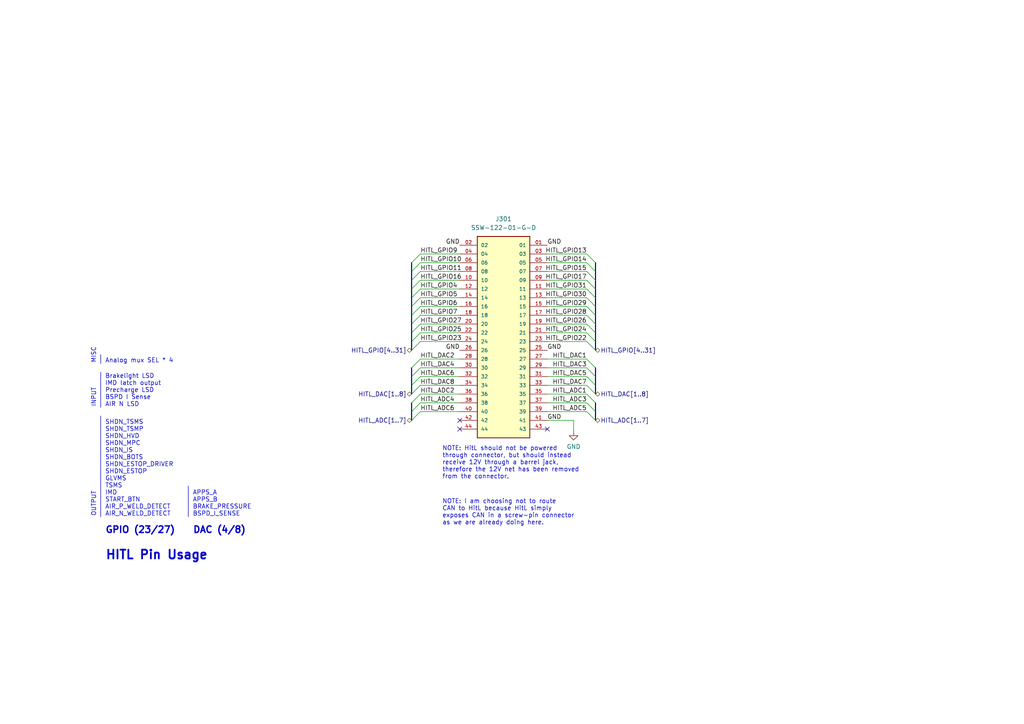
<source format=kicad_sch>
(kicad_sch (version 20230121) (generator eeschema)
  (paper "A4")
  (lib_symbols
    (symbol "OEM:SSW-122-01-G-D" (pin_names (offset 1.016))
      (property "Reference" "J" (at -8.128 30.48 0))
      (property "Value" "SSW-122-01-G-D" (at -7.62 -30.48 0))
      (symbol "SSW-122-01-G-D_0_0"
        (rectangle (start -7.62 -27.94) (end 7.62 30.48) (stroke (width 0.254)) (fill (type background)))
        (pin passive line (at 12.7 27.94 180) (length 5.08) (name "01") (number "01"))
        (pin passive line (at -12.7 27.94 0) (length 5.08) (name "02") (number "02"))
        (pin passive line (at 12.7 25.4 180) (length 5.08) (name "03") (number "03"))
        (pin passive line (at -12.7 25.4 0) (length 5.08) (name "04") (number "04"))
        (pin passive line (at 12.7 22.86 180) (length 5.08) (name "05") (number "05"))
        (pin passive line (at -12.7 22.86 0) (length 5.08) (name "06") (number "06"))
        (pin passive line (at 12.7 20.32 180) (length 5.08) (name "07") (number "07"))
        (pin passive line (at -12.7 20.32 0) (length 5.08) (name "08") (number "08"))
        (pin passive line (at 12.7 17.78 180) (length 5.08) (name "09") (number "09"))
        (pin passive line (at -12.7 17.78 0) (length 5.08) (name "10") (number "10"))
        (pin passive line (at 12.7 15.24 180) (length 5.08) (name "11") (number "11"))
        (pin passive line (at -12.7 15.24 0) (length 5.08) (name "12") (number "12"))
        (pin passive line (at 12.7 12.7 180) (length 5.08) (name "13") (number "13"))
        (pin passive line (at -12.7 12.7 0) (length 5.08) (name "14") (number "14"))
        (pin passive line (at 12.7 10.16 180) (length 5.08) (name "15") (number "15"))
        (pin passive line (at -12.7 10.16 0) (length 5.08) (name "16") (number "16"))
        (pin passive line (at 12.7 7.62 180) (length 5.08) (name "17") (number "17"))
        (pin passive line (at -12.7 7.62 0) (length 5.08) (name "18") (number "18"))
        (pin passive line (at 12.7 5.08 180) (length 5.08) (name "19") (number "19"))
        (pin passive line (at -12.7 5.08 0) (length 5.08) (name "20") (number "20"))
        (pin passive line (at 12.7 2.54 180) (length 5.08) (name "21") (number "21"))
        (pin passive line (at -12.7 2.54 0) (length 5.08) (name "22") (number "22"))
        (pin passive line (at 12.7 0 180) (length 5.08) (name "23") (number "23"))
        (pin passive line (at -12.7 0 0) (length 5.08) (name "24") (number "24"))
        (pin passive line (at 12.7 -2.54 180) (length 5.08) (name "25") (number "25"))
        (pin passive line (at -12.7 -2.54 0) (length 5.08) (name "26") (number "26"))
        (pin passive line (at 12.7 -5.08 180) (length 5.08) (name "27") (number "27"))
        (pin passive line (at -12.7 -5.08 0) (length 5.08) (name "28") (number "28"))
        (pin passive line (at 12.7 -7.62 180) (length 5.08) (name "29") (number "29"))
        (pin passive line (at -12.7 -7.62 0) (length 5.08) (name "30") (number "30"))
        (pin passive line (at 12.7 -10.16 180) (length 5.08) (name "31") (number "31"))
        (pin passive line (at -12.7 -10.16 0) (length 5.08) (name "32") (number "32"))
        (pin passive line (at 12.7 -12.7 180) (length 5.08) (name "33") (number "33"))
        (pin passive line (at -12.7 -12.7 0) (length 5.08) (name "34") (number "34"))
        (pin passive line (at 12.7 -15.24 180) (length 5.08) (name "35") (number "35"))
        (pin passive line (at -12.7 -15.24 0) (length 5.08) (name "36") (number "36"))
        (pin passive line (at 12.7 -17.78 180) (length 5.08) (name "37") (number "37"))
        (pin passive line (at -12.7 -17.78 0) (length 5.08) (name "38") (number "38"))
        (pin passive line (at 12.7 -20.32 180) (length 5.08) (name "39") (number "39"))
        (pin passive line (at -12.7 -20.32 0) (length 5.08) (name "40") (number "40"))
        (pin passive line (at 12.7 -22.86 180) (length 5.08) (name "41") (number "41"))
        (pin passive line (at -12.7 -22.86 0) (length 5.08) (name "42") (number "42"))
        (pin passive line (at 12.7 -25.4 180) (length 5.08) (name "43") (number "43"))
        (pin passive line (at -12.7 -25.4 0) (length 5.08) (name "44") (number "44"))
      )
    )
    (symbol "power:GND" (power) (pin_names (offset 0))
      (property "Value" "GND" (at 0 -3.81 0))
      (symbol "GND_0_1"
        (polyline (pts (xy 0 0) (xy 0 -1.27) (xy 1.27 -1.27) (xy 0 -2.54) (xy -1.27 -1.27) (xy 0 -1.27)))
      )
      (symbol "GND_1_1"
        (pin power_in line (at 0 0 270) (length 0) hide (name "GND") (number "1"))
      )
    )
  )
  (no_connect (at 133.35 121.92))
  (no_connect (at 158.75 124.46))
  (no_connect (at 133.35 124.46))
  (bus_entry (at 121.92 78.74) (size -2.54 2.54))
  (bus_entry (at 121.92 86.36) (size -2.54 2.54))
  (bus_entry (at 121.92 96.52) (size -2.54 2.54))
  (bus_entry (at 170.18 119.38) (size 2.54 2.54))
  (bus_entry (at 121.92 119.38) (size -2.54 2.54))
  (bus_entry (at 121.92 116.84) (size -2.54 2.54))
  (bus_entry (at 170.18 93.98) (size 2.54 2.54))
  (bus_entry (at 170.18 109.22) (size 2.54 2.54))
  (bus_entry (at 170.18 81.28) (size 2.54 2.54))
  (bus_entry (at 121.92 81.28) (size -2.54 2.54))
  (bus_entry (at 170.18 83.82) (size 2.54 2.54))
  (bus_entry (at 170.18 76.2) (size 2.54 2.54))
  (bus_entry (at 121.92 91.44) (size -2.54 2.54))
  (bus_entry (at 121.92 93.98) (size -2.54 2.54))
  (bus_entry (at 170.18 96.52) (size 2.54 2.54))
  (bus_entry (at 170.18 106.68) (size 2.54 2.54))
  (bus_entry (at 170.18 111.76) (size 2.54 2.54))
  (bus_entry (at 121.92 111.76) (size -2.54 2.54))
  (bus_entry (at 170.18 78.74) (size 2.54 2.54))
  (bus_entry (at 170.18 104.14) (size 2.54 2.54))
  (bus_entry (at 170.18 86.36) (size 2.54 2.54))
  (bus_entry (at 121.92 106.68) (size -2.54 2.54))
  (bus_entry (at 121.92 109.22) (size -2.54 2.54))
  (bus_entry (at 121.92 83.82) (size -2.54 2.54))
  (bus_entry (at 170.18 88.9) (size 2.54 2.54))
  (bus_entry (at 121.92 99.06) (size -2.54 2.54))
  (bus_entry (at 170.18 91.44) (size 2.54 2.54))
  (bus_entry (at 170.18 116.84) (size 2.54 2.54))
  (bus_entry (at 170.18 99.06) (size 2.54 2.54))
  (bus_entry (at 121.92 104.14) (size -2.54 2.54))
  (bus_entry (at 121.92 73.66) (size -2.54 2.54))
  (bus_entry (at 121.92 114.3) (size -2.54 2.54))
  (bus_entry (at 121.92 76.2) (size -2.54 2.54))
  (bus_entry (at 121.92 88.9) (size -2.54 2.54))
  (bus_entry (at 170.18 73.66) (size 2.54 2.54))
  (bus_entry (at 170.18 114.3) (size 2.54 2.54))
  (bus (pts (xy 172.72 119.38) (xy 172.72 121.92)))
  (wire (pts (xy 121.92 114.3) (xy 133.35 114.3)))
  (wire (pts (xy 121.92 93.98) (xy 133.35 93.98)))
  (wire (pts (xy 121.92 86.36) (xy 133.35 86.36)))
  (bus (pts (xy 119.38 96.52) (xy 119.38 99.06)))
  (wire (pts (xy 121.92 73.66) (xy 133.35 73.66)))
  (wire (pts (xy 158.75 96.52) (xy 170.18 96.52)))
  (wire (pts (xy 158.75 119.38) (xy 170.18 119.38)))
  (bus (pts (xy 172.72 86.36) (xy 172.72 88.9)))
  (wire (pts (xy 121.92 96.52) (xy 133.35 96.52)))
  (wire (pts (xy 121.92 104.14) (xy 133.35 104.14)))
  (wire (pts (xy 158.75 116.84) (xy 170.18 116.84)))
  (wire (pts (xy 158.75 73.66) (xy 170.18 73.66)))
  (wire (pts (xy 158.75 109.22) (xy 170.18 109.22)))
  (wire (pts (xy 121.92 81.28) (xy 133.35 81.28)))
  (bus (pts (xy 172.72 111.76) (xy 172.72 114.3)))
  (wire (pts (xy 158.75 104.14) (xy 170.18 104.14)))
  (bus (pts (xy 119.38 88.9) (xy 119.38 91.44)))
  (wire (pts (xy 158.75 121.92) (xy 166.37 121.92)))
  (bus (pts (xy 119.38 93.98) (xy 119.38 96.52)))
  (bus (pts (xy 172.72 83.82) (xy 172.72 86.36)))
  (bus (pts (xy 172.72 116.84) (xy 172.72 119.38)))
  (wire (pts (xy 121.92 99.06) (xy 133.35 99.06)))
  (wire (pts (xy 121.92 116.84) (xy 133.35 116.84)))
  (bus (pts (xy 172.72 106.68) (xy 172.72 109.22)))
  (polyline (pts (xy 29.21 102.87) (xy 29.21 105.41)) (stroke (width 0) (type solid)))
  (wire (pts (xy 121.92 78.74) (xy 133.35 78.74)))
  (bus (pts (xy 119.38 116.84) (xy 119.38 119.38)))
  (wire (pts (xy 121.92 88.9) (xy 133.35 88.9)))
  (wire (pts (xy 121.92 83.82) (xy 133.35 83.82)))
  (bus (pts (xy 172.72 91.44) (xy 172.72 93.98)))
  (bus (pts (xy 119.38 99.06) (xy 119.38 101.6)))
  (wire (pts (xy 121.92 76.2) (xy 133.35 76.2)))
  (bus (pts (xy 119.38 81.28) (xy 119.38 83.82)))
  (polyline (pts (xy 29.21 107.95) (xy 29.21 118.11)) (stroke (width 0) (type solid)))
  (bus (pts (xy 119.38 91.44) (xy 119.38 93.98)))
  (wire (pts (xy 158.75 93.98) (xy 170.18 93.98)))
  (wire (pts (xy 121.92 111.76) (xy 133.35 111.76)))
  (bus (pts (xy 172.72 78.74) (xy 172.72 81.28)))
  (bus (pts (xy 172.72 93.98) (xy 172.72 96.52)))
  (bus (pts (xy 172.72 96.52) (xy 172.72 99.06)))
  (bus (pts (xy 172.72 88.9) (xy 172.72 91.44)))
  (wire (pts (xy 158.75 99.06) (xy 170.18 99.06)))
  (wire (pts (xy 121.92 91.44) (xy 133.35 91.44)))
  (wire (pts (xy 158.75 81.28) (xy 170.18 81.28)))
  (wire (pts (xy 158.75 111.76) (xy 170.18 111.76)))
  (bus (pts (xy 172.72 99.06) (xy 172.72 101.6)))
  (wire (pts (xy 158.75 91.44) (xy 170.18 91.44)))
  (bus (pts (xy 172.72 81.28) (xy 172.72 83.82)))
  (wire (pts (xy 158.75 76.2) (xy 170.18 76.2)))
  (polyline (pts (xy 54.61 140.97) (xy 54.61 149.86)) (stroke (width 0) (type solid)))
  (bus (pts (xy 172.72 109.22) (xy 172.72 111.76)))
  (bus (pts (xy 172.72 76.2) (xy 172.72 78.74)))
  (wire (pts (xy 121.92 109.22) (xy 133.35 109.22)))
  (wire (pts (xy 158.75 88.9) (xy 170.18 88.9)))
  (wire (pts (xy 158.75 114.3) (xy 170.18 114.3)))
  (bus (pts (xy 119.38 86.36) (xy 119.38 88.9)))
  (bus (pts (xy 119.38 83.82) (xy 119.38 86.36)))
  (wire (pts (xy 158.75 83.82) (xy 170.18 83.82)))
  (wire (pts (xy 166.37 121.92) (xy 166.37 125.095)))
  (bus (pts (xy 119.38 119.38) (xy 119.38 121.92)))
  (bus (pts (xy 119.38 111.76) (xy 119.38 114.3)))
  (wire (pts (xy 158.75 106.68) (xy 170.18 106.68)))
  (wire (pts (xy 158.75 78.74) (xy 170.18 78.74)))
  (bus (pts (xy 119.38 106.68) (xy 119.38 109.22)))
  (wire (pts (xy 121.92 106.68) (xy 133.35 106.68)))
  (polyline (pts (xy 29.21 120.65) (xy 29.21 149.86)) (stroke (width 0) (type solid)))
  (wire (pts (xy 121.92 119.38) (xy 133.35 119.38)))
  (wire (pts (xy 158.75 86.36) (xy 170.18 86.36)))
  (bus (pts (xy 119.38 76.2) (xy 119.38 78.74)))
  (bus (pts (xy 119.38 109.22) (xy 119.38 111.76)))
  (bus (pts (xy 119.38 78.74) (xy 119.38 81.28)))
  (text "MISC" (at 27.94 105.41 90) (effects (font (size 1.27 1.27)) (justify left bottom)))
  (text "Brakelight LSD\nIMD latch output\nPrecharge LSD\nBSPD I Sense\nAIR N LSD" (at 30.48 118.11 0) (effects (font (size 1.27 1.27)) (justify left bottom)))
  (text "APPS_A\nAPPS_B\nBRAKE_PRESSURE\nBSPD_I_SENSE" (at 55.88 149.86 0) (effects (font (size 1.27 1.27)) (justify left bottom)))
  (text "SHDN_TSMS\nSHDN_TSMP\nSHDN_HVD\nSHDN_MPC\nSHDN_IS\nSHDN_BOTS\nSHDN_ESTOP_DRIVER\nSHDN_ESTOP\nGLVMS\nTSMS\nIMD\nSTART_BTN\nAIR_P_WELD_DETECT\nAIR_N_WELD_DETECT" (at 30.48 149.86 0) (effects (font (size 1.27 1.27)) (justify left bottom)))
  (text "GPIO (23/27)" (at 30.48 154.94 0) (effects (font (size 1.905 1.905) bold) (justify left bottom)))
  (text "INPUT" (at 27.94 118.11 90) (effects (font (size 1.27 1.27)) (justify left bottom)))
  (text "NOTE: HitL should not be powered\nthrough connector, but should instead\nreceive 12V through a barrel jack,\ntherefore the 12V net has been removed\nfrom the connector." (at 128.27 139.065 0) (effects (font (size 1.27 1.27)) (justify left bottom)))
  (text "DAC (4/8)" (at 55.88 154.94 0) (effects (font (size 1.905 1.905) bold) (justify left bottom)))
  (text "NOTE: I am choosing not to route\nCAN to HitL because HitL simply\nexposes CAN in a screw-pin connector\nas we are already doing here." (at 128.27 152.4 0) (effects (font (size 1.27 1.27)) (justify left bottom)))
  (text "OUTPUT" (at 27.94 149.86 90) (effects (font (size 1.27 1.27)) (justify left bottom)))
  (text "HITL Pin Usage" (at 30.48 162.56 0) (effects (font (size 2.54 2.54) (thickness 0.508) bold) (justify left bottom)))
  (text "Analog mux SEL * 4" (at 30.48 105.41 0) (effects (font (size 1.27 1.27)) (justify left bottom)))
  (label "HITL_ADC6" (at 121.92 119.38 0))
  (label "HITL_GPIO16" (at 121.92 81.28 0))
  (label "GND" (at 133.35 71.12 180))
  (label "HITL_GPIO30" (at 170.18 86.36 180))
  (label "HITL_GPIO23" (at 121.92 99.06 0))
  (label "HITL_GPIO22" (at 170.18 99.06 180))
  (label "HITL_DAC8" (at 121.92 111.76 0))
  (label "HITL_DAC2" (at 121.92 104.14 0))
  (label "HITL_DAC6" (at 121.92 109.22 0))
  (label "HITL_GPIO13" (at 170.18 73.66 180))
  (label "HITL_GPIO15" (at 170.18 78.74 180))
  (label "HITL_GPIO5" (at 121.92 86.36 0))
  (label "HITL_DAC1" (at 170.18 104.14 180))
  (label "GND" (at 158.75 101.6 0))
  (label "HITL_ADC4" (at 121.92 116.84 0))
  (label "GND" (at 133.35 101.6 180))
  (label "HITL_GPIO31" (at 170.18 83.82 180))
  (label "HITL_DAC5" (at 170.18 109.22 180))
  (label "HITL_GPIO9" (at 121.92 73.66 0))
  (label "GND" (at 158.75 121.92 0))
  (label "HITL_GPIO17" (at 170.18 81.28 180))
  (label "HITL_GPIO10" (at 121.92 76.2 0))
  (label "HITL_GPIO29" (at 170.18 88.9 180))
  (label "HITL_ADC5" (at 170.18 119.38 180))
  (label "HITL_GPIO4" (at 121.92 83.82 0))
  (label "HITL_GPIO26" (at 170.18 93.98 180))
  (label "HITL_GPIO25" (at 121.92 96.52 0))
  (label "GND" (at 158.75 71.12 0))
  (label "HITL_GPIO11" (at 121.92 78.74 0))
  (label "HITL_ADC1" (at 170.18 114.3 180))
  (label "HITL_DAC3" (at 170.18 106.68 180))
  (label "HITL_ADC3" (at 170.18 116.84 180))
  (label "HITL_GPIO24" (at 170.18 96.52 180))
  (label "HITL_GPIO7" (at 121.92 91.44 0))
  (label "HITL_GPIO14" (at 170.18 76.2 180))
  (label "HITL_GPIO6" (at 121.92 88.9 0))
  (label "HITL_GPIO27" (at 121.92 93.98 0))
  (label "HITL_DAC4" (at 121.92 106.68 0))
  (label "HITL_GPIO28" (at 170.18 91.44 180))
  (label "HITL_ADC2" (at 121.92 114.3 0))
  (label "HITL_DAC7" (at 170.18 111.76 180))
  (hierarchical_label "HITL_GPIO[4..31]" (shape bidirectional) (at 172.72 101.6 0))
  (hierarchical_label "HITL_GPIO[4..31]" (shape bidirectional) (at 119.38 101.6 180))
  (hierarchical_label "HITL_DAC[1..8]" (shape bidirectional) (at 172.72 114.3 0))
  (hierarchical_label "HITL_ADC[1..7]" (shape bidirectional) (at 119.38 121.92 180))
  (hierarchical_label "HITL_ADC[1..7]" (shape bidirectional) (at 172.72 121.92 0))
  (hierarchical_label "HITL_DAC[1..8]" (shape bidirectional) (at 119.38 114.3 180))
  (symbol (lib_id "power:GND") (at 166.37 125.095 0) (unit 1)
    (property "Reference" "#PWR?" (effects hide))
    (property "Value" "GND" (at 166.37 129.54 0))
  )
  (symbol (lib_id "OEM:SSW-122-01-G-D") (at 146.05 99.06 0) (unit 1)
    (property "Reference" "J301" (at 146.05 63.5 0))
    (property "Value" "SSW-122-01-G-D" (at 146.05 66.04 0))
    (property "Footprint" "footprints:SAMTEC_SSW-122-01-G-D" (effects hide))
    (property "Datasheet" "http://suddendocs.samtec.com/prints/ssw-d.pdf" (effects hide))
    (property "MFN" "Samtec" (effects hide))
    (property "MPN" "SSW-122-01-G-D" (effects hide))
    (property "DKPN" "SAM1208-22-ND" (effects hide))
    (property "NewDesigns" "YES" (effects hide))
    (property "Stocked" "Bulk" (effects hide))
    (property "Package" "Custom" (effects hide))
    (property "Style" "THT" (effects hide))
  )
)
</source>
